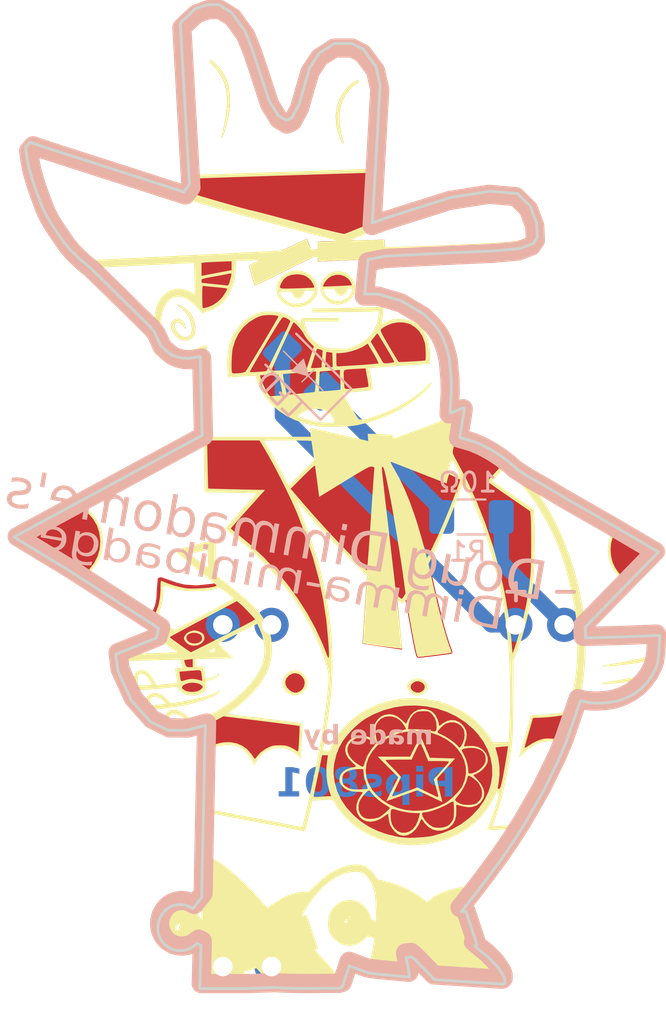
<source format=kicad_pcb>
(kicad_pcb (version 20240108) (generator "pcbnew") (generator_version "8.0")
  (layers (0 "F.Cu" signal) (31 "B.Cu" signal) (34 "B.Paste" user) (35 "F.Paste" user) (36 "B.SilkS" user "B.Silkscreen") (37 "F.SilkS" user "F.Silkscreen") (38 "B.Mask" user) (39 "F.Mask" user) (44 "Edge.Cuts" user))
  (net 0 "")
  (net 1 "Net-(D1-K)")
  (net 2 "Net-(D1-A)")
  (net 3 "Net-(R1-Pad1)")
  (footprint "minibadge_kicad:SAINTCON-Minibadge-Simple" (layer "F.Cu") (at 133.756196 86.182058)
    (property "Reference" "X1" (hide yes))
    (property "Value" "SAINTCON-Minibadge-Simple")
    (pad "1" thru_hole circle (at 1.27 1.27 90) (size 1.778 1.778) (drill 1.016) (layers "*.Cu" "*.Mask"))
    (pad "2" thru_hole circle (at 3.81 1.27 90) (size 1.778 1.778) (drill 1.016) (layers "*.Cu" "*.Mask"))
    (pad "7" thru_hole circle (at 16.51 1.27 90) (size 1.778 1.778) (drill 1.016) (layers "*.Cu" "*.Mask") (net 2 "Net-(D1-A)"))
    (pad "8" thru_hole circle (at 19.05 1.27 90) (size 1.778 1.778) (drill 1.016) (layers "*.Cu" "*.Mask") (net 3 "Net-(R1-Pad1)"))
    (pad "9" thru_hole circle (at 1.27 19.05 90) (size 1.778 1.778) (drill 1.016) (layers "*.Cu" "*.Mask"))
    (pad "10" thru_hole circle (at 3.81 19.05 90) (size 1.778 1.778) (drill 1.016) (layers "*.Cu" "*.Mask"))
  )
  (footprint "LOGO" (layer "F.Cu") (at 140.78 80.64)
    (property "Reference" "G***" (hide yes))
    (property "Value" "LOGO" (hide yes))
    (fp_line (start -9.407555 6.274202) (end -9.295336 6.094652) (stroke (width 0.2)) (layer "F.Cu"))
    (fp_line (start -9.295336 6.094652) (end -9.183117 5.802883) (stroke (width 0.2)) (layer "F.Cu"))
    (fp_line (start -9.183117 5.802883) (end -9.115786 5.443783) (stroke (width 0.2)) (layer "F.Cu"))
    (fp_line (start -9.115786 5.443783) (end -9.093342 4.994908) (stroke (width 0.2)) (layer "F.Cu"))
    (fp_line (start -9.093342 4.994908) (end -9.048455 4.456258) (stroke (width 0.2)) (layer "F.Cu"))
    (fp_line (start -9.048455 4.456258) (end -8.981123 4.433814) (stroke (width 0.2)) (layer "F.Cu"))
    (fp_line (start -8.981123 4.433814) (end -8.464917 4.613364) (stroke (width 0.2)) (layer "F.Cu"))
    (fp_line (start -8.464917 4.613364) (end -8.218036 4.703139) (stroke (width 0.2)) (layer "F.Cu"))
    (fp_line (start -8.218036 4.703139) (end -7.769161 4.815358) (stroke (width 0.2)) (layer "F.Cu"))
    (fp_line (start -7.769161 4.815358) (end -7.140736 4.860245) (stroke (width 0.2)) (layer "F.Cu"))
    (fp_line (start -7.140736 4.860245) (end -6.669417 4.815358) (stroke (width 0.2)) (layer "F.Cu"))
    (fp_line (start -6.669417 4.815358) (end -6.26543 4.77047) (stroke (width 0.2)) (layer "F.Cu"))
    (fp_line (start -6.26543 4.77047) (end -6.153211 4.748027) (stroke (width 0.2)) (layer "F.Cu"))
    (fp_poly (pts (xy -0.356688 -7.38814) (xy -0.299477 -7.382874) (xy -0.049694 -7.343362) (xy -0.027842 -6.600097) (xy -0.423265 -6.600097) (xy -0.376722 -7.251039)) (stroke (width 0.03)) (fill solid) (layer "F.Cu"))
    (fp_poly (pts (xy -6.863827 -11.346431) (xy -6.863827 -12.014797) (xy -6.758847 -12.035074) (xy -6.410707 -12.061133) (xy -5.976272 -12.080923) (xy -5.298676 -12.106494) (xy -5.298676 -11.642579)) (stroke (width 0.03)) (fill solid) (layer "F.Cu"))
    (fp_poly (pts (xy -7.32192 8.587823) (xy -7.32192 9.013236) (xy -7.490115 9.013236) (xy -7.574888 9.011381) (xy -7.639509 8.993637) (xy -7.679481 8.941129) (xy -7.764655 8.68605) (xy -7.770358 8.648883) (xy -7.541423 8.614436)) (stroke (width 0.01)) (fill solid) (layer "F.Cu"))
    (fp_poly (pts (xy -0.843671 -7.550431) (xy -0.78901 -7.542169) (xy -0.556442 -7.469347) (xy -0.613964 -6.600097) (xy -0.616734 -6.576399) (xy -0.980452 -6.542312) (xy -1.116533 -6.546857) (xy -1.157708 -6.560057) (xy -1.15953 -6.587538) (xy -0.99942 -7.088066) (xy -0.896372 -7.411296)) (stroke (width 0.03)) (fill solid) (layer "F.Cu"))
    (fp_poly (pts (xy 0.376366 -5.429197) (xy 0.378759 -5.469268) (xy 0.372888 -5.72046) (xy 0.365349 -5.902741) (xy 0.339082 -6.452784) (xy -0.706185 -6.366212) (xy -0.742107 -5.519673) (xy -0.739311 -5.34569) (xy -0.698367 -5.338709) (xy -0.287995 -5.359811) (xy 0.211671 -5.403404)) (stroke (width 0.03)) (fill solid) (layer "F.Cu"))
    (fp_poly (pts (xy 1.752954 -16.701499) (xy 1.748318 -16.553434) (xy 1.738334 -16.386683) (xy 1.723991 -16.169534) (xy 1.68449 -15.618276) (xy 1.553627 -13.91542) (xy 0.642792 -13.552752) (xy 0.585034 -13.532226) (xy 0.568317 -13.531753) (xy 0.480068 -13.5451) (xy -0.174609 -13.694444) (xy -4.783721 -14.884936) (xy -7.088789 -15.554276) (xy -7.150134 -16.411256)) (stroke (width 0.03)) (fill solid) (layer "F.Cu"))
    (fp_poly (pts (xy -0.963272 -5.311138) (xy -0.949713 -5.403464) (xy -0.933242 -5.611725) (xy -0.901702 -6.201062) (xy -0.896551 -6.377538) (xy -1.111702 -6.358562) (xy -1.689202 -6.306062) (xy -2.622117 -6.234507) (xy -2.520602 -5.625414) (xy -2.435179 -5.248394) (xy -2.401702 -5.183038) (xy -2.350287 -5.163602) (xy -2.251931 -5.169382) (xy -1.580921 -5.23699) (xy -1.164604 -5.279471)) (stroke (width 0.03)) (fill solid) (layer "F.Cu"))
    (fp_poly (pts (xy -6.904299 7.332879) (xy -6.8378 7.435651) (xy -6.831631 7.550393) (xy -6.885693 7.657628) (xy -6.99989 7.737875) (xy -7.167883 7.781151) (xy -7.330212 7.777139) (xy -7.473546 7.732885) (xy -7.583838 7.655138) (xy -7.647036 7.550638) (xy -7.649096 7.426136) (xy -7.593407 7.332752) (xy -7.481375 7.262538) (xy -7.332658 7.226483) (xy -7.165355 7.228821) (xy -6.997571 7.273784)) (stroke (width 0.01)) (fill solid) (layer "F.Cu"))
    (fp_poly (pts (xy -0.794096 -13.127922) (xy -0.794096 -12.756107) (xy -0.796702 -12.264812) (xy -0.794096 -12.085968) (xy -0.101816 -12.125861) (xy 0.666072 -12.159314) (xy 1.08316 -12.17293) (xy 1.880797 -12.212312) (xy 2.47413 -12.257634) (xy 2.576075 -12.272128) (xy 2.66206 -12.315349) (xy 2.674315 -12.362643) (xy 2.683264 -12.385403) (xy 2.683957 -12.8607) (xy 2.660687 -13.223358) (xy 0.904662 -13.182012)) (stroke (width 0.01)) (fill solid) (layer "F.Cu"))
    (fp_poly (pts (xy -0.535458 -10.788451) (xy -0.4911 -10.926304) (xy -0.398076 -11.076689) (xy -0.262259 -11.217622) (xy -0.106197 -11.324181) (xy 0.137211 -11.39989) (xy 0.36705 -11.396592) (xy 0.586411 -11.32697) (xy 0.777822 -11.193604) (xy 0.864426 -11.087445) (xy 0.922449 -10.990101) (xy 0.957614 -10.906183) (xy 0.957518 -10.858803) (xy 0.908545 -10.852262) (xy 0.797296 -10.84438) (xy 0.498487 -10.828717)) (stroke (width 0.03)) (fill solid) (layer "F.Cu"))
    (fp_poly (pts (xy 4.462067 9.748568) (xy 4.616099 9.813856) (xy 4.670422 9.852982) (xy 4.752971 9.962829) (xy 4.76642 10.082188) (xy 4.711578 10.196622) (xy 4.589257 10.291682) (xy 4.480348 10.334861) (xy 4.333176 10.33932) (xy 4.179143 10.274032) (xy 4.12482 10.234905) (xy 4.042271 10.125059) (xy 4.028823 10.005698) (xy 4.083665 9.891267) (xy 4.205985 9.796205) (xy 4.314894 9.753026)) (stroke (width 0.01)) (fill solid) (layer "F.Cu"))
    (fp_poly (pts (xy 2.304916 -8.347873) (xy 2.298768 -8.353293) (xy 2.267109 -8.324083) (xy 2.202599 -8.249948) (xy 1.94853 -7.929686) (xy 2.213762 -7.484394) (xy 2.489617 -7.010973) (xy 2.580963 -6.849179) (xy 2.626588 -6.810266) (xy 2.69625 -6.794357) (xy 2.807132 -6.797515) (xy 2.975625 -6.815705) (xy 3.087476 -6.835012) (xy 3.160224 -6.858837) (xy 3.17604 -6.87404) (xy 2.934741 -7.312368) (xy 2.410484 -8.188028)) (stroke (width 0.03)) (fill solid) (layer "F.Cu"))
    (fp_poly (pts (xy -8.01699 9.249207) (xy -7.220253 9.183863) (xy -7.116004 9.176098) (xy -6.997215 9.172561) (xy -6.925658 9.191588) (xy -6.886445 9.246378) (xy -6.864686 9.350124) (xy -6.820913 9.732503) (xy -7.04455 9.666494) (xy -7.206078 9.636629) (xy -7.356617 9.625271) (xy -7.419684 9.628949) (xy -7.578198 9.654182) (xy -7.730673 9.695205) (xy -7.844427 9.732315) (xy -7.909998 9.737563) (xy -7.947612 9.701923) (xy -7.970136 9.613821)) (stroke (width 0.01)) (fill solid) (layer "F.Cu"))
    (fp_poly (pts (xy -7.52038 9.837247) (xy -7.322682 9.819978) (xy -7.128289 9.838448) (xy -6.959615 9.890466) (xy -6.838669 9.974302) (xy -6.799966 10.026857) (xy -6.806964 10.071947) (xy -6.86728 10.142997) (xy -6.969901 10.21958) (xy -7.090039 10.272836) (xy -7.320079 10.306329) (xy -7.525685 10.291885) (xy -7.706999 10.239182) (xy -7.841265 10.151884) (xy -7.86413 10.124997) (xy -7.883111 10.045576) (xy -7.826815 9.967721) (xy -7.694702 9.890479)) (stroke (width 0.01)) (fill solid) (layer "F.Cu"))
    (fp_poly (pts (xy -4.37566 -11.887721) (xy -4.372377 -11.851313) (xy -4.340452 -11.713562) (xy -4.287952 -11.503562) (xy -4.231792 -11.289191) (xy -4.113573 -10.886955) (xy -4.095059 -10.843377) (xy -3.857078 -10.943774) (xy -3.348307 -11.188502) (xy -2.487854 -11.617888) (xy -2.015525 -11.855436) (xy -1.497012 -12.109283) (xy -1.1693 -12.257774) (xy -1.032952 -12.317312) (xy -1.196365 -12.789435) (xy -1.370244 -13.272529) (xy -2.683728 -12.661293) (xy -3.790787 -12.181062)) (stroke (width 0.01)) (fill solid) (layer "F.Cu"))
    (fp_poly (pts (xy -1.023141 15.727483) (xy -1.009992 15.753598) (xy -0.961503 15.76631) (xy -0.864117 15.766887) (xy -0.539915 15.745127) (xy -0.382582 15.736376) (xy -0.266166 15.732277) (xy -0.111505 15.731931) (xy -0.204484 15.458558) (xy -0.301056 15.083975) (xy -0.352674 14.674418) (xy -0.35689 14.258335) (xy -0.331327 13.985452) (xy -0.276041 13.594164) (xy -0.585834 13.594164) (xy -0.739136 14.374439) (xy -0.906684 15.158752) (xy -0.9848 15.518084)) (stroke (width 0.01)) (fill solid) (layer "F.Cu"))
    (fp_poly (pts (xy -1.808309 9.365296) (xy -1.656498 9.467047) (xy -1.534869 9.631672) (xy -1.516681 9.671631) (xy -1.486458 9.841994) (xy -1.519819 10.013351) (xy -1.610143 10.165838) (xy -1.75081 10.279584) (xy -1.879992 10.33259) (xy -2.034734 10.340357) (xy -2.187462 10.277926) (xy -2.262435 10.226466) (xy -2.408717 10.081148) (xy -2.488796 9.92184) (xy -2.499573 9.756989) (xy -2.437949 9.595045) (xy -2.306131 9.442911) (xy -2.146996 9.352664) (xy -1.976433 9.32698)) (stroke (width 0.01)) (fill solid) (layer "F.Cu"))
    (fp_poly (pts (xy 0.160266 -7.325411) (xy 0.463297 -7.329812) (xy 0.639781 -7.354873) (xy 0.926291 -7.418757) (xy 1.212815 -7.510011) (xy 1.473928 -7.620772) (xy 1.68421 -7.743172) (xy 1.794117 -7.821434) (xy 2.087706 -7.321113) (xy 2.301146 -6.927656) (xy 2.349206 -6.792746) (xy 2.043587 -6.75491) (xy 1.324582 -6.700686) (xy 0.306512 -6.639649) (xy 0.246154 -6.63747) (xy 0.205582 -6.641811) (xy 0.180262 -6.663725) (xy 0.16671 -6.717906) (xy 0.160266 -6.981842)) (stroke (width 0.03)) (fill solid) (layer "F.Cu"))
    (fp_poly (pts (xy -15.890082 2.305165) (xy -13.0449 0.762284) (xy -12.8079 0.979994) (xy -12.738385 1.046103) (xy -12.491818 1.332537) (xy -12.313928 1.641823) (xy -12.19971 1.984446) (xy -12.144164 2.370887) (xy -12.139665 2.484964) (xy -12.172451 2.869928) (xy -12.277526 3.239537) (xy -12.451844 3.5853) (xy -12.594567 3.782945) (xy -12.72216 3.930464) (xy -12.902541 4.100474) (xy -12.947214 4.126745) (xy -13.326798 3.907085) (xy -15.806285 2.37401) (xy -15.878771 2.332545) (xy -15.901562 2.311741)) (stroke (width 0.03)) (fill solid) (layer "F.Cu"))
    (fp_poly (pts (xy -5.320092 -11.471873) (xy -5.308131 -11.436629) (xy -5.316528 -11.359402) (xy -5.346138 -11.229911) (xy -5.390452 -11.057312) (xy -5.424207 -10.957616) (xy -5.465114 -10.873166) (xy -5.500158 -10.842413) (xy -6.195775 -10.915993) (xy -6.854283 -10.987386) (xy -6.860446 -11.011266) (xy -6.863859 -11.090371) (xy -6.86294 -11.125017) (xy -6.853283 -11.152384) (xy -6.82541 -11.175509) (xy -6.769853 -11.197427) (xy -6.67713 -11.22117) (xy -6.537774 -11.249779) (xy -6.081251 -11.333725) (xy -5.351554 -11.475413)) (stroke (width 0.03)) (fill solid) (layer "F.Cu"))
    (fp_poly (pts (xy -3.215009 -6.442281) (xy -3.167546 -6.417918) (xy -3.02068 -6.413041) (xy -2.463148 -6.445823) (xy -1.38312 -6.533409) (xy -1.014473 -7.677095) (xy -1.22695 -7.89254) (xy -1.354553 -8.038904) (xy -1.468737 -8.19954) (xy -1.591676 -8.417373) (xy -1.689202 -8.563562) (xy -1.871788 -8.765687) (xy -1.963596 -8.857488) (xy -2.034423 -8.914425) (xy -2.071672 -8.923395) (xy -2.149141 -8.777198) (xy -2.313874 -8.434542) (xy -2.922952 -7.119812) (xy -3.106702 -6.699812) (xy -3.159202 -6.594812)) (stroke (width 0.03)) (fill solid) (layer "F.Cu"))
    (fp_poly (pts (xy 16.263273 3.116008) (xy 15.989118 2.949724) (xy 14.612118 2.144886) (xy 14.561781 2.257133) (xy 14.476775 2.55425) (xy 14.445879 2.873981) (xy 14.467589 3.203089) (xy 14.540968 3.519517) (xy 14.622966 3.722454) (xy 14.692155 3.846215) (xy 14.831106 4.052633) (xy 14.966198 4.221326) (xy 15.039545 4.295295) (xy 15.080033 4.318145) (xy 15.192304 4.219951) (xy 15.621164 3.801853) (xy 15.818631 3.603758) (xy 16.062064 3.350678) (xy 16.185259 3.215978) (xy 16.220517 3.176331) (xy 16.261118 3.123703)) (stroke (width 0.03)) (fill solid) (layer "F.Cu"))
    (fp_poly (pts (xy -4.568157 -6.366043) (xy -4.127895 -7.07154) (xy -3.447952 -8.222312) (xy -3.091371 -8.812916) (xy -2.855514 -9.23474) (xy -2.890985 -9.263451) (xy -3.127153 -9.301534) (xy -3.488761 -9.301931) (xy -3.834215 -9.239879) (xy -4.008548 -9.166233) (xy -4.396466 -8.933519) (xy -4.691372 -8.666126) (xy -4.931429 -8.347066) (xy -5.114713 -7.978918) (xy -5.239304 -7.564253) (xy -5.290801 -7.043186) (xy -5.295225 -6.476386) (xy -5.275299 -6.316376) (xy -5.252755 -6.28653) (xy -5.203566 -6.27135) (xy -4.962059 -6.278018) (xy -4.742271 -6.302959)) (stroke (width 0.03)) (fill solid) (layer "F.Cu"))
    (fp_poly (pts (xy 1.824305 -5.579206) (xy 1.829758 -5.626401) (xy 1.800713 -5.868218) (xy 1.749547 -6.174812) (xy 1.682251 -6.531885) (xy 0.975291 -6.493859) (xy 0.79921 -6.481969) (xy 0.678483 -6.466088) (xy 0.602729 -6.441233) (xy 0.561569 -6.402423) (xy 0.544623 -6.344677) (xy 0.541507 -6.263013) (xy 0.542047 -6.122312) (xy 0.546104 -6.000857) (xy 0.566531 -5.689511) (xy 0.584253 -5.536993) (xy 0.606149 -5.493439) (xy 0.647047 -5.466062) (xy 0.727727 -5.459054) (xy 0.848095 -5.463148) (xy 1.434547 -5.518562) (xy 1.768093 -5.563779)) (stroke (width 0.03)) (fill solid) (layer "F.Cu"))
    (fp_poly (pts (xy -2.779578 -10.746031) (xy -2.778335 -10.793479) (xy -2.705859 -10.97556) (xy -2.577467 -11.17493) (xy -2.401828 -11.315939) (xy -2.177027 -11.399717) (xy -1.901153 -11.42739) (xy -1.795279 -11.424279) (xy -1.565758 -11.386298) (xy -1.375764 -11.299284) (xy -1.206495 -11.155892) (xy -1.14837 -11.082236) (xy -1.083977 -10.978596) (xy -1.029532 -10.872145) (xy -0.996142 -10.784791) (xy -0.99491 -10.738441) (xy -1.090326 -10.729566) (xy -1.374202 -10.716062) (xy -1.879289 -10.698533) (xy -2.260068 -10.688259) (xy -2.442298 -10.684632) (xy -2.566807 -10.684632) (xy -2.687049 -10.694261) (xy -2.751765 -10.713733)) (stroke (width 0.03)) (fill solid) (layer "F.Cu"))
    (fp_poly (pts (xy 8.572362 15.264295) (xy 8.619145 14.976139) (xy 8.641609 14.806202) (xy 8.661249 14.555422) (xy 8.652975 14.168529) (xy 8.603141 13.787054) (xy 8.514632 13.442007) (xy 8.477962 13.326506) (xy 8.453595 13.23475) (xy 8.456298 13.191878) (xy 8.520221 13.181058) (xy 8.782447 13.153217) (xy 9.101698 13.12546) (xy 9.074822 13.331181) (xy 9.016262 13.720709) (xy 8.919324 14.284854) (xy 8.868137 14.561761) (xy 8.820251 14.806379) (xy 8.762587 15.069523) (xy 8.725439 15.212014) (xy 8.693831 15.297533) (xy 8.661985 15.339214) (xy 8.61509 15.350022) (xy 8.568487 15.330346)) (stroke (width 0.01)) (fill solid) (layer "F.Cu"))
    (fp_poly (pts (xy -3.814032 -6.171491) (xy -3.762952 -6.174812) (xy -3.347569 -6.199517) (xy -3.167437 -6.208056) (xy -3.016149 -6.211101) (xy -2.90947 -6.208615) (xy -2.863166 -6.200555) (xy -2.817952 -6.043562) (xy -2.739202 -5.702312) (xy -2.670543 -5.349601) (xy -2.660452 -5.282312) (xy -2.659445 -5.234648) (xy -2.671481 -5.164542) (xy -2.709471 -5.1281) (xy -2.776238 -5.114134) (xy -2.88455 -5.111349) (xy -3.028665 -5.103607) (xy -3.163945 -5.087848) (xy -3.239723 -5.079298) (xy -3.296388 -5.09383) (xy -3.349042 -5.146311) (xy -3.447952 -5.282312) (xy -3.579202 -5.518562) (xy -3.75124 -5.92478) (xy -3.789707 -6.051768)) (stroke (width 0.03)) (fill solid) (layer "F.Cu"))
    (fp_poly (pts (xy -6.78464 -10.825649) (xy -6.738214 -10.819917) (xy -6.646566 -10.808049) (xy -6.501228 -10.792589) (xy -6.317302 -10.775091) (xy -6.109882 -10.757111) (xy -5.81178 -10.727645) (xy -5.662664 -10.707863) (xy -5.563631 -10.689715) (xy -5.527722 -10.675036) (xy -5.553565 -10.601005) (xy -5.611271 -10.494096) (xy -5.688285 -10.370484) (xy -5.771754 -10.250938) (xy -5.881875 -10.121799) (xy -6.056956 -9.969968) (xy -6.251106 -9.840324) (xy -6.433945 -9.753759) (xy -6.623197 -9.69399) (xy -6.743412 -9.670076) (xy -6.800897 -9.680196) (xy -6.813186 -9.768018) (xy -6.819723 -9.899464) (xy -6.824072 -10.072722) (xy -6.825652 -10.273775) (xy -6.824777 -10.51821) (xy -6.814678 -10.7565) (xy -6.80281 -10.806791)) (stroke (width 0.03)) (fill solid) (layer "F.Cu"))
    (fp_poly (pts (xy -4.33516 -6.354005) (xy -4.332285 -6.393081) (xy -3.843758 -7.240752) (xy -3.504479 -7.813433) (xy -3.237902 -8.258774) (xy -2.933995 -8.755218) (xy -2.825334 -8.925107) (xy -2.679183 -9.131922) (xy -2.635529 -9.178327) (xy -2.60738 -9.19305) (xy -2.538379 -9.179473) (xy -2.439878 -9.138683) (xy -2.341001 -9.083865) (xy -2.26576 -9.028483) (xy -2.238162 -8.985999) (xy -2.245799 -8.961612) (xy -2.282346 -8.873344) (xy -2.344838 -8.733215) (xy -2.428791 -8.550537) (xy -2.529719 -8.334617) (xy -3.013508 -7.324706) (xy -3.240674 -6.862335) (xy -3.456272 -6.442281) (xy -3.486178 -6.395117) (xy -3.624356 -6.375691) (xy -3.815452 -6.358562) (xy -4.100091 -6.339686) (xy -4.302364 -6.339872)) (stroke (width 0.03)) (fill solid) (layer "F.Cu"))
    (fp_poly (pts (xy 2.471199 -8.49276) (xy 2.475827 -8.540897) (xy 2.50997 -8.587256) (xy 2.577964 -8.639259) (xy 2.825044 -8.779317) (xy 3.078502 -8.874733) (xy 3.37654 -8.926184) (xy 3.672874 -8.920034) (xy 3.945143 -8.854776) (xy 4.006877 -8.829493) (xy 4.2626 -8.675826) (xy 4.478294 -8.462138) (xy 4.647633 -8.195919) (xy 4.764289 -7.884659) (xy 4.794547 -7.723562) (xy 4.806631 -7.540217) (xy 4.81738 -7.210707) (xy 4.814286 -7.073606) (xy 4.804947 -6.977972) (xy 4.78891 -6.941078) (xy 4.108937 -6.893009) (xy 3.711312 -6.872173) (xy 3.556919 -6.866145) (xy 3.406784 -6.866629) (xy 3.225843 -7.145077) (xy 2.954663 -7.596936) (xy 2.773297 -7.907312) (xy 2.566798 -8.279129) (xy 2.496942 -8.41866)) (stroke (width 0.03)) (fill solid) (layer "F.Cu"))
    (fp_poly (pts (xy 9.976925 13.205569) (xy 10.002284 13.203964) (xy 10.058917 13.174232) (xy 10.256428 13.045443) (xy 10.423385 12.946891) (xy 10.613625 12.854327) (xy 10.771417 12.792929) (xy 10.911526 12.753352) (xy 11.044949 12.730601) (xy 11.191257 12.723997) (xy 11.370016 12.73285) (xy 11.64873 12.762167) (xy 11.684048 12.76244) (xy 11.714869 12.747231) (xy 11.746173 12.706663) (xy 11.782932 12.630862) (xy 12.022226 11.952264) (xy 12.093555 11.728033) (xy 12.139196 11.541372) (xy 12.139727 11.512725) (xy 12.09321 11.507789) (xy 11.989146 11.515732) (xy 11.844928 11.534838) (xy 11.541481 11.581179) (xy 11.301856 11.607602) (xy 10.884481 11.637546) (xy 10.404509 11.656915) (xy 10.018506 13.003449) (xy 9.971668 13.180746)) (stroke (width 0.03)) (fill solid) (layer "F.Cu"))
    (fp_poly (pts (xy -6.341402 13.145706) (xy -6.303084 12.641873) (xy -6.29121 12.217577) (xy -6.29121 11.883217) (xy -5.722728 11.571214) (xy -3.611454 11.831944) (xy -1.764713 12.076379) (xy -1.761181 12.346484) (xy -1.777095 12.71444) (xy -1.800652 13.088139) (xy -1.835677 13.388715) (xy -1.869049 13.391428) (xy -1.987933 13.313364) (xy -2.13578 13.231764) (xy -2.337773 13.141989) (xy -2.48353 13.096123) (xy -2.616984 13.082255) (xy -2.820085 13.078839) (xy -2.995779 13.0832) (xy -3.123305 13.097102) (xy -3.239907 13.130185) (xy -3.364603 13.183179) (xy -3.547604 13.279534) (xy -3.791119 13.454485) (xy -3.966162 13.649657) (xy -4.047097 13.756011) (xy -4.080209 13.784776) (xy -4.102743 13.76526) (xy -4.25381 13.552836) (xy -4.474048 13.297709) (xy -4.736219 13.104569) (xy -5.034587 12.976832) (xy -5.363414 12.917915) (xy -5.638929 12.920681) (xy -5.877046 12.953507) (xy -6.08844 13.009849) (xy -6.24898 13.085149)) (stroke (width 0.03)) (fill solid) (layer "F.Cu"))
    (fp_poly (pts (xy 1.289852 -21.511166) (xy 1.335146 -21.480727) (xy 1.328101 -21.437913) (xy 1.263577 -21.375179) (xy 1.136431 -21.284981) (xy 1.134928 -21.283983) (xy 0.868664 -21.062304) (xy 0.649841 -20.78603) (xy 0.482349 -20.463279) (xy 0.37007 -20.102159) (xy 0.31689 -19.710785) (xy 0.312959 -19.56783) (xy 0.321384 -19.377042) (xy 0.34433 -19.155725) (xy 0.378298 -18.92424) (xy 0.419797 -18.702951) (xy 0.465328 -18.512213) (xy 0.511395 -18.372392) (xy 0.522341 -18.348273) (xy 0.553611 -18.274787) (xy 0.544919 -18.246723) (xy 0.517891 -18.243294) (xy 0.472785 -18.276161) (xy 0.414226 -18.362766) (xy 0.366251 -18.458569) (xy 0.220524 -18.86963) (xy 0.141866 -19.28475) (xy 0.129081 -19.695523) (xy 0.180988 -20.093536) (xy 0.296394 -20.470376) (xy 0.474128 -20.817632) (xy 0.712993 -21.126894) (xy 0.747481 -21.162859) (xy 0.923225 -21.327651) (xy 1.077002 -21.443732) (xy 1.201586 -21.506464) (xy 1.28975 -21.511205)) (fill solid) (layer "F.Cu"))
    (fp_poly (pts (xy -6.343976 -22.568956) (xy -6.259989 -22.498051) (xy -6.150542 -22.394087) (xy -6.0576 -22.299324) (xy -5.801621 -21.990745) (xy -5.611966 -21.667303) (xy -5.478655 -21.311661) (xy -5.468906 -21.276841) (xy -5.423657 -21.047777) (xy -5.395214 -20.768485) (xy -5.384254 -20.463368) (xy -5.391456 -20.156823) (xy -5.417495 -19.873248) (xy -5.427957 -19.8031) (xy -5.462679 -19.6209) (xy -5.5096 -19.415649) (xy -5.564409 -19.202195) (xy -5.622799 -18.995399) (xy -5.680463 -18.810115) (xy -5.73309 -18.661194) (xy -5.776374 -18.563498) (xy -5.795368 -18.53628) (xy -5.826815 -18.517418) (xy -5.826025 -18.558106) (xy -5.819225 -18.586864) (xy -5.683531 -19.172503) (xy -5.590542 -19.699741) (xy -5.540811 -20.173829) (xy -5.534889 -20.600019) (xy -5.573326 -20.983567) (xy -5.656676 -21.329722) (xy -5.785489 -21.643741) (xy -5.960316 -21.930875) (xy -6.181709 -22.19638) (xy -6.200115 -22.215474) (xy -6.343397 -22.370276) (xy -6.428523 -22.481673) (xy -6.45737 -22.553427) (xy -6.431811 -22.589302) (xy -6.389459 -22.595177)) (fill solid) (layer "F.Cu"))
    (fp_poly (pts (xy -6.570629 -2.782656) (xy -3.849006 -2.782656) (xy -3.610118 -2.398805) (xy -3.39601 -2.031047) (xy -3.166348 -1.61719) (xy -2.928627 -1.171844) (xy -2.690343 -0.709627) (xy -2.458993 -0.245149) (xy -2.242068 0.206971) (xy -2.047068 0.632125) (xy -1.881485 1.015695) (xy -1.505452 1.988938) (xy -1.423518 2.200419) (xy -1.055398 3.317589) (xy -0.756159 4.420259) (xy -0.524414 5.514154) (xy -0.358769 6.604997) (xy -0.257839 7.698508) (xy -0.224072 8.369143) (xy -0.22788 8.4781) (xy -0.242106 8.522987) (xy -0.268019 8.506984) (xy -0.306897 8.433275) (xy -0.360011 8.305043) (xy -0.428635 8.12547) (xy -0.567146 7.776441) (xy -0.929056 6.993365) (xy -1.357457 6.21458) (xy -1.845839 5.448721) (xy -2.387695 4.704423) (xy -2.976513 3.990316) (xy -3.605787 3.315037) (xy -4.269008 2.687215) (xy -5.308313 1.8308) (xy -5.336851 1.798883) (xy -5.15106 1.576663) (xy -4.844539 1.228875) (xy -4.445899 0.783441) (xy -3.554948 -0.205882) (xy -5.028059 -0.238107) (xy -5.718486 -0.254443) (xy -6.099202 -0.268562) (xy -6.512363 -0.281112)) (stroke (width 0.03)) (fill solid) (layer "F.Cu"))
    (fp_poly (pts (xy -6.814107 7.722035) (xy -6.735846 7.604886) (xy -6.710819 7.471943) (xy -6.75058 7.331176) (xy -6.825541 7.252012) (xy -6.948508 7.178958) (xy -7.09149 7.125347) (xy -7.226484 7.104513) (xy -7.357917 7.121098) (xy -7.516297 7.181908) (xy -7.651123 7.275307) (xy -7.744869 7.388501) (xy -7.780013 7.508692) (xy -7.775201 7.547494) (xy -7.721154 7.660542) (xy -7.62266 7.768349) (xy -7.499294 7.847304) (xy -7.428278 7.873333) (xy -7.252683 7.89904) (xy -7.084084 7.87708) (xy -6.9 7.8) (xy -6.825 7.95) (xy -7.422199 8.242792) (xy -7.85 7.95) (xy -8.420281 7.537877) (xy -8.494759 7.473611) (xy -8.510243 7.441138) (xy -7.325 6.8) (xy -6.317248 6.263123) (xy -5.740797 5.95868) (xy -5.023753 5.577222) (xy -4.771333 5.786993) (xy -4.525545 6.029154) (xy -4.336242 6.226518) (xy -4.119334 6.465865) (xy -4.102572 6.49185) (xy -4.077095 6.533777) (xy -4.118792 6.562639) (xy -4.377738 6.704729) (xy -5.283522 7.175362) (xy -6.062759 7.566341) (xy -6.725 7.9) (xy -6.825 7.95) (xy -6.917066 7.804963)) (stroke (width 0.01)) (fill solid) (layer "F.Cu"))
    (fp_poly (pts (xy 3.741222 11.023479) (xy 4.29717 11.007277) (xy 4.848069 11.054459) (xy 5.386682 11.164296) (xy 5.905778 11.336057) (xy 6.398121 11.569014) (xy 6.856477 11.862432) (xy 7.273613 12.215585) (xy 7.535349 12.496133) (xy 7.826377 12.895019) (xy 8.046451 13.31286) (xy 8.195594 13.744409) (xy 8.273827 14.184418) (xy 8.281174 14.627634) (xy 8.217652 15.068812) (xy 8.083285 15.502699) (xy 7.878094 15.924048) (xy 7.602101 16.327609) (xy 7.255325 16.708135) (xy 7.074764 16.872254) (xy 6.66186 17.183266) (xy 6.210852 17.438349) (xy 5.713387 17.641851) (xy 5.16111 17.79812) (xy 4.688672 17.860986) (xy 3.954733 17.897918) (xy 3.402025 17.84859) (xy 2.734511 17.69807) (xy 2.321845 17.541648) (xy 1.857125 17.316738) (xy 1.433377 17.03996) (xy 1.04365 16.708135) (xy 0.674962 16.302242) (xy 0.407285 15.903392) (xy 0.209662 15.479923) (xy 0.079985 15.028158) (xy 0.013126 14.535314) (xy 0.019427 14.260708) (xy 0.061623 13.967329) (xy 0.157689 13.573593) (xy 0.290603 13.222159) (xy 0.46935 12.896666) (xy 0.702902 12.580753) (xy 0.97779 12.25806) (xy 1.511101 11.792144) (xy 1.742011 11.657051) (xy 2.115414 11.459702) (xy 2.643111 11.248961) (xy 3.187457 11.103797)) (stroke (width 0.01)) (fill solid) (layer "F.Cu"))
    (fp_poly (pts (xy 9.344727 8.287921) (xy 9.340315 8.273395) (xy 9.275209 7.544656) (xy 9.131636 6.326044) (xy 8.921672 5.106549) (xy 8.647881 3.894723) (xy 8.312822 2.699121) (xy 7.919058 1.528298) (xy 7.46915 0.39081) (xy 6.965662 -0.704784) (xy 6.411153 -1.749939) (xy 6.352589 -1.853229) (xy 6.282858 -1.98196) (xy 6.225809 -2.145434) (xy 6.242013 -2.303469) (xy 6.285644 -2.481998) (xy 6.331635 -2.55189) (xy 6.405681 -2.576319) (xy 6.522497 -2.562169) (xy 6.744146 -2.502524) (xy 7.08796 -2.386876) (xy 7.443955 -2.243319) (xy 7.794716 -2.080402) (xy 8.122833 -1.906681) (xy 8.410889 -1.73071) (xy 8.758223 -1.463575) (xy 8.393849 -1.063775) (xy 8.291096 -0.9503) (xy 8.207047 -0.846062) (xy 8.108785 -0.733632) (xy 8.073985 -0.674485) (xy 8.068123 -0.635369) (xy 8.084728 -0.606714) (xy 8.154547 -0.557312) (xy 8.324544 -0.430921) (xy 8.944344 0.00105) (xy 9.545797 0.413938) (xy 10.257395 0.901171) (xy 10.281563 1.149306) (xy 10.293233 1.358301) (xy 10.305665 1.879073) (xy 10.309119 2.481346) (xy 10.299508 3.534838) (xy 10.284445 4.023479) (xy 10.215606 4.740453) (xy 10.063509 5.709238) (xy 9.908125 6.41047) (xy 9.851455 6.667238) (xy 9.708864 7.160756) (xy 9.584151 7.591238) (xy 9.444775 8.01091)) (stroke (width 0.03)) (fill solid) (layer "F.Cu"))
    (fp_poly (pts (xy -7.95549 -9.813573) (xy -7.799138 -9.728327) (xy -7.63825 -9.602386) (xy -7.488771 -9.448954) (xy -7.366646 -9.281233) (xy -7.329526 -9.214105) (xy -7.243721 -8.994766) (xy -7.194192 -8.764316) (xy -7.1822 -8.542236) (xy -7.209005 -8.348007) (xy -7.264988 -8.216649) (xy -7.391475 -8.086453) (xy -7.556162 -8.004942) (xy -7.737315 -7.977228) (xy -7.913197 -8.008421) (xy -7.989972 -8.046196) (xy -8.181902 -8.19904) (xy -8.332742 -8.38528) (xy -8.431491 -8.587759) (xy -8.467152 -8.789322) (xy -8.467152 -8.790506) (xy -8.432252 -8.922163) (xy -8.34043 -9.032157) (xy -8.211007 -9.102884) (xy -8.106008 -9.119608) (xy -7.985551 -9.086018) (xy -7.866524 -8.999209) (xy -7.768528 -8.880108) (xy -7.711159 -8.749653) (xy -7.703807 -8.690035) (xy -7.703949 -8.566078) (xy -7.776885 -8.68569) (xy -7.880251 -8.816918) (xy -7.991426 -8.898211) (xy -8.097966 -8.929921) (xy -8.187431 -8.912397) (xy -8.247376 -8.845987) (xy -8.265356 -8.731041) (xy -8.258131 -8.67218) (xy -8.205798 -8.539146) (xy -8.092511 -8.392103) (xy -8.049299 -8.347278) (xy -7.942068 -8.246479) (xy -7.860192 -8.191201) (xy -7.779847 -8.168565) (xy -7.71251 -8.165247) (xy -7.593313 -8.178649) (xy -7.506403 -8.231599) (xy -7.458925 -8.282701) (xy -7.396033 -8.37867) (xy -7.365535 -8.489316) (xy -7.365441 -8.63307) (xy -7.393768 -8.828359) (xy -7.397816 -8.849995) (xy -7.492657 -9.151525) (xy -7.65374 -9.418643) (xy -7.875771 -9.643635) (xy -8.005526 -9.736364) (xy -8.098466 -9.798965) (xy -8.130179 -9.832524) (xy -8.106526 -9.844449) (xy -8.091361 -9.844922)) (fill solid) (layer "F.Cu"))
    (fp_poly (pts (xy 1.775 4.7) (xy 1.575 7.75) (xy 3.541676 8.04669) (xy 3.275 5.425) (xy 3.598013 5.432992) (xy 3.652735 5.359592) (xy 3.762491 5.183484) (xy 3.808009 5.509642) (xy 4.20512 7.679436) (xy 4.292025 8.097844) (xy 4.330273 8.263143) (xy 4.361124 8.373328) (xy 4.388132 8.438959) (xy 4.414846 8.470594) (xy 4.444818 8.478792) (xy 4.51705 8.473787) (xy 5.233399 8.390922) (xy 6.008401 8.287973) (xy 6.152882 8.262521) (xy 6.150015 8.222361) (xy 6.124306 8.130964) (xy 5.997547 7.77647) (xy 5.871617 7.385093) (xy 5.736941 6.920944) (xy 5.285057 5.109317) (xy 4.960693 3.642698) (xy 4.89737 3.293019) (xy 5.102472 2.906932) (xy 5.201795 2.704432) (xy 5.258408 2.585161) (xy 5.346048 2.401219) (xy 5.447387 2.190078) (xy 5.491912 2.093775) (xy 5.521126 2.02588) (xy 5.57794 1.89714) (xy 5.622264 1.795599) (xy 5.71897 1.575795) (xy 5.782634 1.43134) (xy 5.860603 1.242764) (xy 5.915806 1.106772) (xy 5.979596 0.950537) (xy 6.050039 0.777475) (xy 6.120281 0.598808) (xy 6.187871 0.425555) (xy 6.413252 -0.165448) (xy 6.551611 -0.544963) (xy 6.606812 -0.722198) (xy 6.607561 -0.736845) (xy 6.478793 -0.806321) (xy 6.315397 -0.889272) (xy 5.825 -1.125) (xy 5.95 -2.025) (xy 6.05 -2.625) (xy 6.2 -3.125) (xy 6.3 -3.725) (xy 5.925 -3.675) (xy 5.425 -3.55) (xy 4.925 -3.35) (xy 4.1 -3.05) (xy 3.4 -2.775) (xy 3.225 -2.725) (xy 3.1 -2.725) (xy 3 -2.75) (xy 2.95 -2.85) (xy 2.925 -2.975) (xy 2.915412 -2.989505) (xy 2.880961 -3.001745) (xy 2.783046 -3.011264) (xy 2.559769 -3.030598) (xy 1.978401 -3.065276) (xy 1.878446 -3.072416) (xy 1.862127 -3.065276) (xy 1.851928 -3.046917) (xy 1.854987 -2.99796) (xy 1.89184 -2.634791) (xy 1.884723 -2.624999) (xy 1.879963 -2.6216) (xy 1.865004 -2.62024) (xy 1.851405 -2.62092) (xy 1.834406 -2.624999) (xy 1.796328 -2.635879) (xy 1.718132 -2.663077) (xy 1.39515 -2.758272) (xy 1.070808 -2.849387) (xy 0.67167 -2.947302) (xy 0.435723 -3.001019) (xy -0.339732 -3.166726) (xy -0.5529 -3.227923) (xy -0.72935 -3.261581) (xy -0.955778 -3.310538) (xy -1.019014 -3.331957) (xy -1.123049 -3.352356) (xy -1.147527 -3.342157) (xy -1.156707 -3.321758) (xy -1.143448 -3.27382) (xy -1.123049 -3.179985) (xy -1.111829 -3.09023) (xy -1.084291 -2.957638) (xy -0.9 -1.825) (xy -0.85 -1.525) (xy -0.954309 -1.470505) (xy -1.05 -1.425) (xy -2.219386 -0.268534) (xy -1.487526 0.587828) (xy -0.580627 1.611167) (xy 0.221418 2.475034) (xy 1.46524 3.728035) (xy 1.825 4.15)) (stroke (width 0.1)) (fill solid) (layer "F.Cu"))
  )
  (footprint "LOGO" (layer "B.Cu") (at 139.18 74.24 -45)
    (property "Reference" "" (at 0 0 135) (layer "B.SilkS") (effects (font (size 1.5 1.5) (thickness 0.3)) (justify mirror)))
    (property "Value" "" (hide yes))
  )
  (footprint "Resistor_SMD:R_1206_3216Metric_Pad1.30x1.75mm_HandSolder" (layer "B.Cu") (at 147.98 81.84 180)
    (property "Reference" "R1" (at 0.2 -1.8 0) (layer "B.SilkS") (effects (justify mirror)))
    (property "Value" "R")
    (pad "1" smd roundrect (at -1.55 0 180) (size 1.3 1.75) (layers "B.Cu" "B.Paste" "B.Mask") (roundrect_rratio 0.1923076923) (net 3 "Net-(R1-Pad1)"))
    (pad "2" smd roundrect (at 1.55 0 180) (size 1.3 1.75) (layers "B.Cu" "B.Paste" "B.Mask") (roundrect_rratio 0.1923076923) (net 1 "Net-(D1-K)"))
  )
  (footprint "LED_SMD:LED_1206_3216Metric_Pad1.42x1.75mm_HandSolder" (layer "B.Cu") (at 139.18 74.24 135)
    (property "Reference" "LED" (at 0 -1.697056 -45) (layer "B.SilkS") (effects (justify mirror)))
    (property "Value" "LED")
    (pad "1" smd roundrect (at -1.4875 -0.000001 135) (size 1.425 1.75) (layers "B.Cu" "B.Paste" "B.Mask") (roundrect_rratio 0.1754392982) (net 1 "Net-(D1-K)"))
    (pad "2" smd roundrect (at 1.4875 0.000001 135) (size 1.425 1.75) (layers "B.Cu" "B.Paste" "B.Mask") (roundrect_rratio 0.1754392982) (net 2 "Net-(D1-A)"))
  )
  (gr_poly (pts (xy 132.242656 92.812503) (xy 131.330631 92.358737) (xy 130.369563 91.269963) (xy 129.671596 89.755289) (xy 129.566964 88.894864) (xy 131.647163 88.070546) (xy 131.79178 87.570864) (xy 127.115334 84.560311) (xy 124.313784 82.861645) (xy 134.019516 77.624575) (xy 133.924026 73.572406) (xy 133.341256 73.655811) (xy 133.001364 73.643985) (xy 132.675067 73.568875) (xy 132.3725 73.434759) (xy 131.87908 73.006608) (xy 131.559294 72.301245) (xy 131.32281 72.005583) (xy 128.268919 69.008706) (xy 127.755111 68.585213) (xy 127.190067 68.035137) (xy 126.868756 67.645678) (xy 126.404413 66.96861) (xy 126.267712 66.763005) (xy 126.062866 66.430786) (xy 125.869156 66.07284) (xy 125.713576 65.709883) (xy 125.506662 65.157437) (xy 125.407215 64.873537) (xy 125.240713 64.384078) (xy 125.071324 63.780226) (xy 125.000415 63.408613) (xy 124.912761 62.784208) (xy 125.13878 62.522733) (xy 125.702344 62.718183) (xy 133.078762 65.086546) (xy 133.364012 64.69892) (xy 132.891904 56.375919) (xy 133.645438 55.667954) (xy 134.249916 55.444997) (xy 134.887821 55.440095) (xy 135.542313 55.8457) (xy 136.218965 56.784871) (xy 136.581992 57.686692) (xy 136.951407 58.791903) (xy 137.467656 60.371701) (xy 137.947866 61.152065) (xy 138.36331 61.399421) (xy 138.646846 61.265097) (xy 139.0253 60.557785) (xy 139.260651 59.729227) (xy 139.568329 58.681544) (xy 140.062428 57.93303) (xy 140.830423 57.441911) (xy 141.7621 57.441048) (xy 142.309498 57.718514) (xy 142.978686 58.614002) (xy 143.200425 59.595502) (xy 142.800455 66.67844) (xy 143.598348 66.394609) (xy 146.846177 65.368819) (xy 148.878017 65.049903) (xy 150.28973 65.169959) (xy 150.950061 65.824537) (xy 151.274555 66.695402) (xy 151.308577 67.44511) (xy 151.100226 67.741559) (xy 150.435144 67.997406) (xy 149.04483 68.125418) (xy 147.072293 68.210264) (xy 143.468841 68.390646) (xy 142.580069 68.5684) (xy 142.402314 70.345945) (xy 143.113332 70.345945) (xy 144.304688 70.701454) (xy 145.45999 71.384133) (xy 145.96945 71.893829) (xy 146.171618 72.145625) (xy 146.338022 72.403887) (xy 146.476135 72.683193) (xy 146.593431 72.99812) (xy 146.697386 73.363253) (xy 146.770199 73.674721) (xy 146.862287 74.716697) (xy 146.871945 75.370129) (xy 146.8158 76.357214) (xy 146.812895 76.477559) (xy 147.072637 76.383475) (xy 147.327394 76.277638) (xy 147.52736 76.207044) (xy 147.548416 76.205274) (xy 147.547473 76.245974) (xy 147.534968 76.349698) (xy 147.481936 76.700629) (xy 147.435836 76.977104) (xy 147.306205 77.731882) (xy 148.029315 77.942586) (xy 148.519182 78.152633) (xy 149.008872 78.415369) (xy 149.483594 78.722329) (xy 149.928555 79.065039) (xy 150.28982 79.384369) (xy 150.969446 79.820665) (xy 151.823303 80.300197) (xy 152.803054 80.887761) (xy 155.200638 82.255494) (xy 157.557486 83.637443) (xy 153.768583 87.506833) (xy 153.778602 87.588129) (xy 153.800591 88.054828) (xy 155.75702 88.005413) (xy 157.618428 87.930579) (xy 157.583066 88.869612) (xy 157.511447 89.365674) (xy 157.419735 89.620051) (xy 157.235219 89.979887) (xy 156.967817 90.358996) (xy 156.648837 90.682895) (xy 156.278219 90.951626) (xy 155.855901 91.165237) (xy 155.504353 91.289553) (xy 155.261107 91.346314) (xy 154.978751 91.387299) (xy 154.67847 91.411582) (xy 154.38145 91.418235) (xy 154.10888 91.406337) (xy 153.881943 91.374962) (xy 153.533295 91.291804) (xy 152.807625 93.395435) (xy 152.461694 94.225975) (xy 151.619214 95.954108) (xy 150.598207 97.728063) (xy 150.029118 98.61588) (xy 149.377648 99.562693) (xy 148.566699 100.654539) (xy 147.887338 101.534368) (xy 147.384186 102.162909) (xy 147.622766 102.143079) (xy 148.187551 103.837748) (xy 148.168643 103.87817) (xy 148.085022 103.942959) (xy 148.792474 104.523116) (xy 149.248473 104.989847) (xy 149.561376 105.449317) (xy 149.625047 105.643621) (xy 149.630161 105.842118) (xy 149.603543 105.883) (xy 149.536256 105.892599) (xy 146.019381 105.666474) (xy 145.042568 104.672124) (xy 144.833547 104.489098) (xy 144.544743 104.530889) (xy 144.675088 105.204815) (xy 144.716405 105.531116) (xy 143.044005 105.375486) (xy 142.576713 105.309956) (xy 141.606384 104.95894) (xy 141.24393 106.06094) (xy 141.095864 106.104191) (xy 139.28717 106.116829) (xy 138.446888 106.103974) (xy 137.724648 106.070018) (xy 136.256268 106.119724) (xy 133.902303 106.119724) (xy 133.957162 103.895127) (xy 133.770858 103.804467) (xy 133.442569 104.033443) (xy 133.215068 104.126687) (xy 132.964292 104.168652) (xy 132.706446 104.159249) (xy 132.457748 104.098386) (xy 132.123134 103.897378) (xy 131.927166 103.664368) (xy 131.797196 103.40259) (xy 131.734446 103.122205) (xy 131.740123 102.833379) (xy 131.815445 102.546277) (xy 131.933862 102.313188) (xy 132.112642 102.094281) (xy 132.326173 101.934915) (xy 132.563717 101.834261) (xy 132.814533 101.791497) (xy 133.067886 101.805796) (xy 133.313034 101.876329) (xy 133.539243 102.002278) (xy 133.692348 101.808489) (xy 133.999627 101.419633) (xy 134.020165 100.263654) (xy 134.181449 92.560164) (xy 133.211851 92.822248)) (stroke (width 1)) (fill none) (layer "B.SilkS"))
  (gr_poly (pts (xy 132.152485 92.933884) (xy 131.231247 92.475534) (xy 130.260472 91.375763) (xy 129.555455 89.845789) (xy 129.449766 88.976673) (xy 131.550977 88.144028) (xy 131.697055 87.639299) (xy 126.973372 84.598336) (xy 124.143523 82.882512) (xy 133.947293 77.592541) (xy 133.850838 73.499441) (xy 133.262182 73.583689) (xy 132.918857 73.571743) (xy 132.589264 73.495875) (xy 132.28364 73.360404) (xy 131.785236 72.927928) (xy 131.46222 72.21544) (xy 131.223347 71.916792) (xy 128.138609 68.889643) (xy 127.619611 68.461873) (xy 127.04886 67.90624) (xy 126.724303 67.512847) (xy 126.25527 66.82894) (xy 126.117188 66.621259) (xy 125.910273 66.285684) (xy 125.714606 65.924122) (xy 125.557455 65.557499) (xy 125.34845 64.999473) (xy 125.247999 64.712705) (xy 125.079815 64.218302) (xy 124.908715 63.608351) (xy 124.83709 63.232984) (xy 124.748551 62.602272) (xy 124.976853 62.338156) (xy 125.546109 62.53558) (xy 132.997036 64.927866) (xy 133.285168 64.536324) (xy 132.808291 56.129253) (xy 133.569436 55.414136) (xy 134.18002 55.188927) (xy 134.824369 55.183976) (xy 135.485472 55.593678) (xy 136.168959 56.542335) (xy 136.535653 57.453266) (xy 136.908799 58.56964) (xy 137.430263 60.165396) (xy 137.915323 60.953642) (xy 138.334964 61.203497) (xy 138.621364 61.067816) (xy 139.00364 60.35336) (xy 139.241369 59.516432) (xy 139.552155 58.458167) (xy 140.051244 57.702092) (xy 140.826997 57.206012) (xy 141.768086 57.20514) (xy 142.321013 57.485409) (xy 142.996961 58.389942) (xy 143.220939 59.381357) (xy 142.816929 66.535839) (xy 143.622882 66.249141) (xy 146.903517 65.21299) (xy 148.955881 64.890853) (xy 150.381854 65.012121) (xy 151.048855 65.673311) (xy 151.376626 66.552973) (xy 151.410992 67.310254) (xy 151.200536 67.609697) (xy 150.528736 67.868128) (xy 149.124379 67.997433) (xy 147.131917 68.083136) (xy 143.492067 68.26534) (xy 142.594317 68.44489) (xy 142.414767 70.24039) (xy 143.132967 70.24039) (xy 144.336357 70.59949) (xy 145.503328 71.289065) (xy 146.017934 71.803909) (xy 146.222144 72.058249) (xy 146.390229 72.319119) (xy 146.529737 72.601246) (xy 146.648218 72.919355) (xy 146.753223 73.288176) (xy 146.826772 73.60279) (xy 146.91979 74.655291) (xy 146.929545 75.315323) (xy 146.872833 76.312379) (xy 146.869899 76.433939) (xy 147.132265 76.338905) (xy 147.389595 76.231999) (xy 147.591581 76.160692) (xy 147.612849 76.158904) (xy 147.611897 76.200015) (xy 147.599266 76.304787) (xy 147.545698 76.659263) (xy 147.499132 76.93853) (xy 147.368192 77.700932) (xy 148.098606 77.913765) (xy 148.593421 78.125933) (xy 149.088058 78.391323) (xy 149.567575 78.701384) (xy 150.01703 79.047556) (xy 150.381944 79.370111) (xy 151.068435 79.810814) (xy 151.930917 80.29519) (xy 152.920565 80.88869) (xy 155.342367 82.270238) (xy 157.723021 83.666146) (xy 153.895846 87.574621) (xy 153.905967 87.656738) (xy 153.928178 88.128152) (xy 155.904369 88.078237) (xy 157.784579 88.002647) (xy 157.74886 88.951166) (xy 157.676517 89.452238) (xy 157.583879 89.709185) (xy 157.397499 90.072656) (xy 157.127396 90.455594) (xy 156.805194 90.782765) (xy 156.430832 91.05421) (xy 156.004248 91.269979) (xy 155.649149 91.395551) (xy 155.403446 91.452885) (xy 155.118238 91.494284) (xy 154.814924 91.518812) (xy 154.514904 91.525532) (xy 154.239581 91.513514) (xy 154.010351 91.481822) (xy 153.658182 91.397824) (xy 152.925182 93.522704) (xy 152.575757 94.361633) (xy 151.724767 96.107222) (xy 150.693446 97.899096) (xy 150.118609 98.795881) (xy 149.460559 99.752258) (xy 148.641418 100.855132) (xy 147.955195 101.743848) (xy 147.446961 102.378738) (xy 147.68795 102.358708) (xy 148.25844 104.070495) (xy 148.239341 104.111325) (xy 148.154876 104.176769) (xy 148.869474 104.762786) (xy 149.330079 105.234231) (xy 149.646142 105.698342) (xy 149.710457 105.894609) (xy 149.715622 106.095111) (xy 149.688735 106.136406) (xy 149.620769 106.146102) (xy 146.06837 105.917693) (xy 145.08169 104.913299) (xy 144.870558 104.728424) (xy 144.578836 104.770637) (xy 144.710498 105.451371) (xy 144.752232 105.780968) (xy 143.062939 105.623766) (xy 142.590927 105.557574) (xy 141.610797 105.203012) (xy 141.244682 106.316143) (xy 141.09512 106.359831) (xy 139.268156 106.372597) (xy 138.419386 106.359612) (xy 137.689851 106.325313) (xy 136.206638 106.375521) (xy 133.828896 106.375521) (xy 133.884309 104.128454) (xy 133.696123 104.036878) (xy 133.364518 104.268167) (xy 133.134719 104.362353) (xy 132.88141 104.404741) (xy 132.62096 104.395243) (xy 132.369749 104.333766) (xy 132.031756 104.130727) (xy 131.833808 103.895364) (xy 131.702525 103.630941) (xy 131.639141 103.347724) (xy 131.644876 103.055981) (xy 131.720959 102.765979) (xy 131.840572 102.530535) (xy 132.021158 102.309417) (xy 132.236845 102.148441) (xy 132.476789 102.046771) (xy 132.730138 102.003575) (xy 132.98605 102.018018) (xy 133.233675 102.089264) (xy 133.462169 102.216485) (xy 133.61682 102.020738) (xy 133.927203 101.627955) (xy 133.947948 100.460299) (xy 134.110862 92.678996) (xy 133.13147 92.943727)) (stroke (width 0.15)) (fill none) (layer "Edge.Cuts"))
  (gr_text "Pips801" (at 147.18 96.64 0) (layer "B.Cu") (effects (font (size 1.5 1.5) (thickness 0.3) (bold yes)) (justify left bottom mirror)))
  (gr_text "-" (at 152.873111 85.646043 0) (layer "B.SilkS") (effects (font (size 1.2 1.2) (thickness 0.2) (bold yes))))
  (gr_text "+" (at 150.2983 85.64 0) (layer "B.SilkS") (effects (font (size 1.2 1.2) (thickness 0.2) (bold yes))))
  (gr_text "10Ω" (at 147.78 80.04 0) (layer "B.SilkS") (effects (font (size 1 1)) (justify mirror)))
  (gr_text "made by" (at 145.98 93.84 0) (layer "B.SilkS") (effects (font (size 1 1)) (justify left bottom mirror)))
  (gr_text "Doug Dimmadome's" (at 137.58 84.04 -10) (layer "B.SilkS") (effects (font (size 2 2) (thickness 0.1375)) (justify bottom mirror)))
  (gr_text "Dimma-minibadge" (at 137.38 85.84 -10) (layer "B.SilkS") (effects (font (size 1.6 1.9) (thickness 1.4)) (justify bottom mirror)))
  (segment (start 146.43 81.490001) (end 140.231821 75.291822) (width 0.8) (layer "B.Cu") (net 1))
  (segment (start 146.43 81.84) (end 146.43 81.490001) (width 0.8) (layer "B.Cu") (net 1))
  (segment (start 138.128179 76.571276) (end 149.008961 87.452058) (width 0.8) (layer "B.Cu") (net 2))
  (segment (start 138.128179 73.188178) (end 138.128179 76.571276) (width 0.8) (layer "B.Cu") (net 2))
  (segment (start 149.008961 87.452058) (end 150.266196 87.452058) (width 0.8) (layer "B.Cu") (net 2))
  (segment (start 152.806196 87.452058) (end 149.532512 84.178374) (width 0.8) (layer "B.Cu") (net 3))
  (segment (start 149.532512 81.842512) (end 149.53 81.84) (width 0.8) (layer "B.Cu") (net 3))
  (segment (start 149.532512 84.178374) (end 149.532512 81.842512) (width 0.8) (layer "B.Cu") (net 3))
)
</source>
